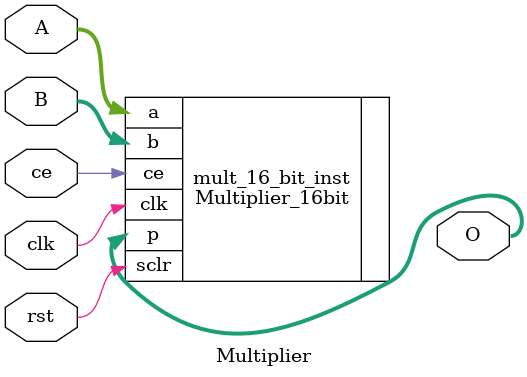
<source format=v>
`timescale 1ns / 1ps
module Multiplier( A , B , O , clk , rst , ce  );
	input  [7:0] A , B ;
	output [15:0] O ;
	input clk ,rst , ce ;
	Multiplier_16bit mult_16_bit_inst (
	  .clk(clk), // input clk
	  .a(A), // input [7 : 0] a
	  .b(B), // input [7 : 0] b
	  .ce(ce), // input ce
	  .sclr(rst), // input sclr
	  .p(O) // output [15 : 0] p
	);

endmodule

</source>
